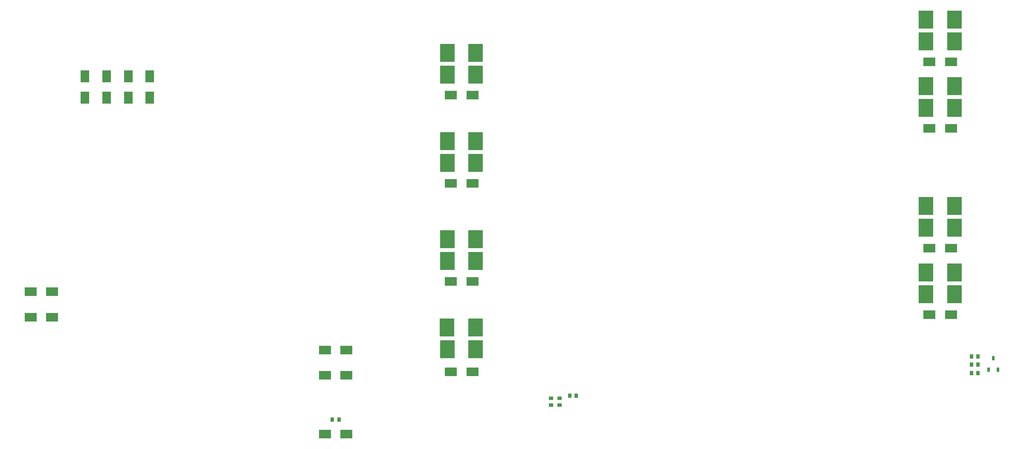
<source format=gtp>
G04*
G04 #@! TF.GenerationSoftware,Altium Limited,Altium Designer,22.8.2 (66)*
G04*
G04 Layer_Color=8421504*
%FSLAX44Y44*%
%MOMM*%
G71*
G04*
G04 #@! TF.SameCoordinates,71C3AFDF-B8C1-413B-9B0B-563F97835029*
G04*
G04*
G04 #@! TF.FilePolarity,Positive*
G04*
G01*
G75*
%ADD14R,2.9500X3.6000*%
%ADD15R,2.4500X1.7500*%
%ADD16R,0.7000X0.9500*%
%ADD17R,1.7500X2.4500*%
%ADD18R,0.6000X0.9000*%
%ADD19R,0.9500X0.7000*%
D14*
X917633Y1000160D02*
D03*
X974133D02*
D03*
X1924670Y827800D02*
D03*
X1868170D02*
D03*
Y870980D02*
D03*
X1924670D02*
D03*
X917633Y761980D02*
D03*
X974133D02*
D03*
X1924670Y1109160D02*
D03*
X1868170D02*
D03*
Y739160D02*
D03*
X1924670D02*
D03*
X1868170Y1065980D02*
D03*
X1924670D02*
D03*
X1868170Y695980D02*
D03*
X1924670D02*
D03*
X1868170Y1240980D02*
D03*
X1924670D02*
D03*
X1868170Y1197800D02*
D03*
X1924670D02*
D03*
X973553Y630160D02*
D03*
X917053D02*
D03*
X974133Y956980D02*
D03*
X917633D02*
D03*
X974133Y586980D02*
D03*
X917633D02*
D03*
X974133Y1175160D02*
D03*
X917633D02*
D03*
X974133Y805160D02*
D03*
X917633D02*
D03*
X974133Y1131980D02*
D03*
X917633D02*
D03*
D15*
X1917920Y1025320D02*
D03*
X1874920D02*
D03*
X924383Y1091320D02*
D03*
X967383D02*
D03*
X924383Y721320D02*
D03*
X967383D02*
D03*
X924383Y916320D02*
D03*
X967383D02*
D03*
X924383Y542290D02*
D03*
X967383D02*
D03*
X1917920Y1157140D02*
D03*
X1874920D02*
D03*
X1917920Y787140D02*
D03*
X1874920D02*
D03*
X1917920Y655320D02*
D03*
X1874920D02*
D03*
X717550Y534890D02*
D03*
X674550D02*
D03*
X90350Y700790D02*
D03*
X133350D02*
D03*
Y649990D02*
D03*
X90350D02*
D03*
X717550Y418690D02*
D03*
X674550D02*
D03*
X674550Y585470D02*
D03*
X717550D02*
D03*
D16*
X702460Y447040D02*
D03*
X689460D02*
D03*
X1971190Y556260D02*
D03*
X1958190D02*
D03*
X1173630Y494540D02*
D03*
X1160630D02*
D03*
X1958190Y572770D02*
D03*
X1971190D02*
D03*
X1971190Y539750D02*
D03*
X1958190D02*
D03*
D17*
X284193Y1128940D02*
D03*
Y1085940D02*
D03*
X327230Y1128940D02*
D03*
Y1085940D02*
D03*
X241157Y1128940D02*
D03*
Y1085940D02*
D03*
X198120Y1128940D02*
D03*
Y1085940D02*
D03*
D18*
X1992020Y546030D02*
D03*
X2011020D02*
D03*
X2001520Y569030D02*
D03*
D19*
X1140460Y476100D02*
D03*
Y489100D02*
D03*
X1123950Y476100D02*
D03*
Y489100D02*
D03*
M02*

</source>
